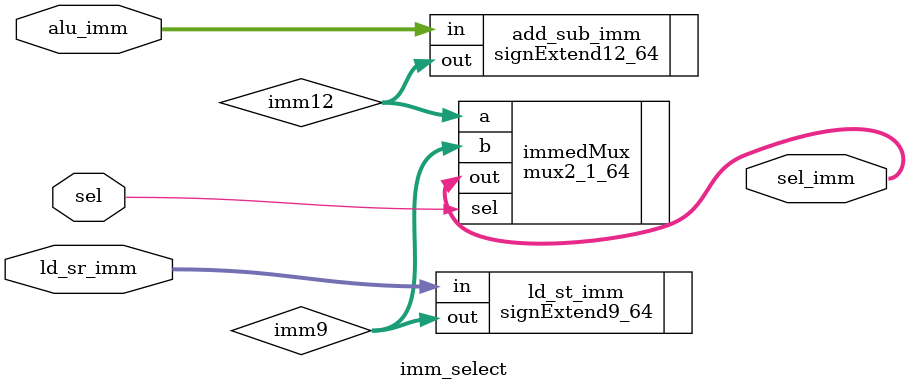
<source format=sv>
`timescale 1ns/10ps

module imm_select (
    input logic [11:0] alu_imm,
    input logic [8:0] ld_sr_imm,

    //control signal that determines selected immediate
    input logic sel, //alu imm if zero, ld/str if 1


    output logic [63:0] sel_imm
);


    logic [63:0] imm9, imm12;

    signExtend9_64 ld_st_imm (
        .in         (ld_sr_imm),
        .out        (imm9)
    );

    //really zero extend
    signExtend12_64 add_sub_imm (
        .in         (alu_imm),
        .out        (imm12)
    );

    mux2_1_64 immedMux (
        .sel            (sel), 
        .a              (imm12), // addi/subi
        .b              (imm9), // load/store
        .out            (sel_imm)
    );

endmodule
</source>
